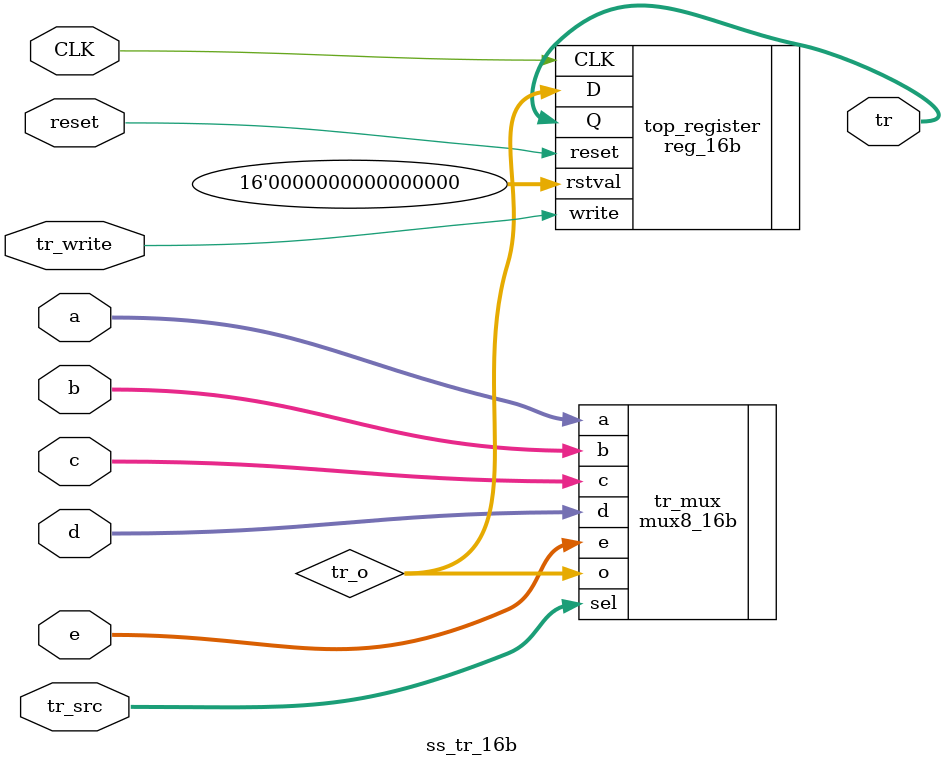
<source format=v>
`timescale 1ns / 1ps
module ss_tr_16b(
	input [15:0] a,
	input [15:0] b,
	input [15:0] c,
	input [15:0] d,
	input [15:0] e,
	input tr_write,
	input [2:0] tr_src,
	input reset,
	input CLK,
	output [15:0] tr
	);

	wire [15:0] tr_o;

	mux8_16b tr_mux (
	.a(a),
	.b(b),
	.c(c),
	.d(d),
	.e(e),
	.sel(tr_src),
	.o(tr_o)
	);
	
	reg_16b top_register (
	.D(tr_o),
	.write(tr_write),
	.CLK(CLK),
	.reset(reset),
	.rstval(16'b0),
	.Q(tr)
	);

endmodule

</source>
